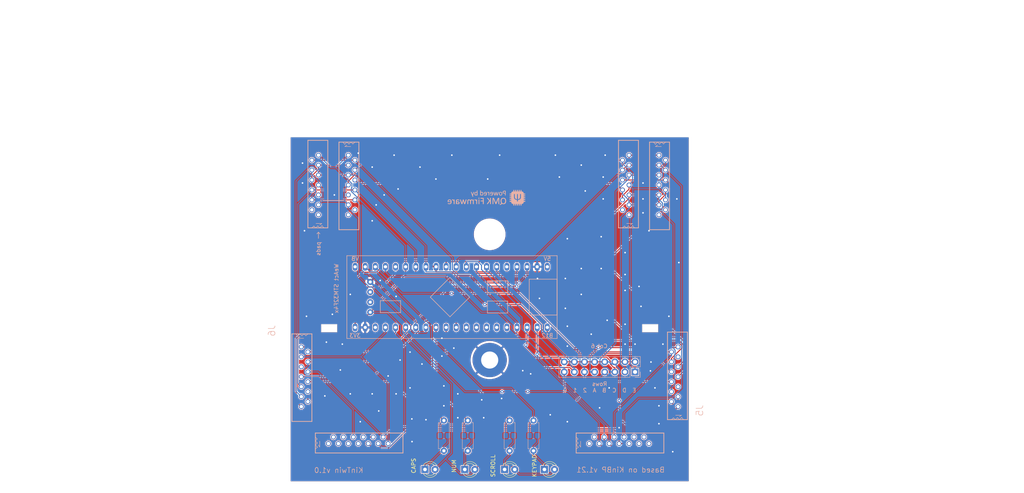
<source format=kicad_pcb>
(kicad_pcb (version 20221018) (generator pcbnew)
  (title_block (title "KinBP controller PCB") (date "2022-06-20") (rev "1.21"))
  (layers (0 "F.Cu" signal) (31 "B.Cu" signal) (34 "B.Paste" user) (35 "F.Paste" user) (36 "B.SilkS" user "B.Silkscreen") (37 "F.SilkS" user "F.Silkscreen") (38 "B.Mask" user) (39 "F.Mask" user) (44 "Edge.Cuts" user))
  (net 0 "")
  (net 1 "/3V3")
  (net 2 "GND")
  (net 26 "LED_KPD_R")
  (net 27 "COL_5")
  (net 28 "ROW_9")
  (net 29 "ROW_7")
  (net 30 "COL_6")
  (net 31 "ROW_8")
  (net 32 "ROW_6")
  (net 33 "COL_0")
  (net 34 "ROW_4")
  (net 35 "ROW_1")
  (net 36 "COL_1")
  (net 37 "COL_2")
  (net 38 "COL_4")
  (net 39 "ROW_5")
  (net 40 "ROW_3")
  (net 41 "ROW_2")
  (net 42 "ROW_0")
  (net 43 "COL_3")
  (net 44 "ROW_D")
  (net 45 "ROW_E")
  (net 46 "ROW_C")
  (net 47 "ROW_B")
  (net 48 "ROW_A")
  (net 49 "LED_CAPS")
  (net 50 "LED_NUM")
  (net 51 "LED_SCRL")
  (net 52 "LED_KPD")
  (net 53 "LED_SCRL_R")
  (net 54 "LED_NUM_R")
  (net 55 "LED_CAPS_R")
  (footprint "MountingHole:MountingHole_6mm" (layer "F.Cu") (at 142 74.9)
    (fp_text reference "H2" hide)
    (fp_text value "mounting pad")
  )
  (footprint "MountingHole:MountingHole_4.3mm_M4_Pad" (layer "F.Cu") (at 142 106.5)
    (fp_text reference "H1" hide)
    (fp_text value "mounting pad" hide)
  )
  (footprint "LED_THT:LED_D3.0mm" (layer "F.Cu") (at 135.75 134)
    (fp_text reference "LED3" hide)
    (fp_text value "3mm")
  )
  (footprint "LED_THT:LED_D3.0mm" (layer "F.Cu") (at 145.75 134)
    (fp_text reference "LED2" hide)
    (fp_text value "3mm")
  )
  (footprint "LED_THT:LED_D3.0mm" (layer "F.Cu") (at 155.75 134)
    (fp_text reference "LED1" hide)
    (fp_text value "3mm")
  )
  (footprint "LED_THT:LED_D3.0mm" (layer "F.Cu") (at 125.75 134)
    (fp_text reference "LED4" hide)
    (fp_text value "3mm")
  )
  (footprint "footprints:39-53-2135" (layer "B.Cu") (at 174.5 127.5)
    (fp_text reference "J11" hide)
    (fp_text value "RIGHT_THUMB")
  )
  (footprint "footprints:39-53-2135" (layer "B.Cu") (at 94.7 110.7 -90)
    (fp_text reference "J6")
    (fp_text value "LEFT_KEYWELL")
  )
  (footprint "footprints:39-53-2135" (layer "B.Cu") (at 99 62.5 90)
    (fp_text reference "J2" hide)
    (fp_text value "LEFT_TOP")
  )
  (footprint "footprints:39-53-2135" (layer "B.Cu") (at 189.3 110.7 90)
    (fp_text reference "J5")
    (fp_text value "RIGHT_KEYWELL")
  )
  (footprint "footprints:39-53-2135" (layer "B.Cu") (at 109 127.5)
    (fp_text reference "J10" hide)
    (fp_text value "LEFT_THUMB")
  )
  (footprint "footprints:39-53-2135" (layer "B.Cu") (at 184.5 62.5 -90)
    (fp_text reference "J3" hide)
    (fp_text value "RIGHT_TOP")
  )
  (footprint "Connector_PinHeader_2.54mm:PinHeader_2x08_P2.54mm_Vertical" (layer "B.Cu") (at 178.5 109.5 90)
    (fp_text reference "J9" hide)
    (fp_text value "Conn_02x08_Odd_Even")
  )
  (footprint "logo:qmk-small" (layer "B.Cu") (at 141.15 65.68 180)
    (fp_text reference "G***" hide)
    (fp_text value "LOGO" hide)
  )
  (footprint "Resistor_SMD:R_0805_2012Metric_Pad1.20x1.40mm_HandSolder" (layer "B.Cu") (at 130.5 125.5)
    (fp_text reference "R4" hide)
    (fp_text value "1k")
  )
  (footprint "Resistor_SMD:R_0805_2012Metric_Pad1.20x1.40mm_HandSolder" (layer "B.Cu") (at 136.5 125.5)
    (fp_text reference "R3" hide)
    (fp_text value "1k")
  )
  (footprint "Resistor_SMD:R_0805_2012Metric_Pad1.20x1.40mm_HandSolder" (layer "B.Cu") (at 147 125.5)
    (fp_text reference "R2" hide)
    (fp_text value "1k")
  )
  (footprint "Resistor_SMD:R_0805_2012Metric_Pad1.20x1.40mm_HandSolder" (layer "B.Cu") (at 153 125.5)
    (fp_text reference "R1" hide)
    (fp_text value "1k")
  )
  (footprint "footprints:STM32F4x1_MiniF4" (layer "B.Cu") (at 132.334 90.678 180)
    (fp_text reference "U1" hide)
    (fp_text value "weact_STM32F4x1")
  )
  (footprint "footprints:39-53-2135" (layer "B.Cu") (at 106.5 62.5 -90)
    (fp_text reference "J1" hide)
    (fp_text value "LEFT_TOP")
  )
  (footprint "Resistor_THT:R_Axial_DIN0207_L6.3mm_D2.5mm_P7.62mm_Horizontal" (layer "B.Cu") (at 153 121.69 -90)
    (fp_text reference "R5" hide)
    (fp_text value "1k")
  )
  (footprint "footprints:39-53-2135" (layer "B.Cu") (at 177 62.5 90)
    (fp_text reference "J4" hide)
    (fp_text value "RIGHT_TOP")
  )
  (footprint "Resistor_THT:R_Axial_DIN0207_L6.3mm_D2.5mm_P7.62mm_Horizontal" (layer "B.Cu") (at 130.5 121.69 -90)
    (fp_text reference "R8" hide)
    (fp_text value "1k")
  )
  (footprint "Resistor_THT:R_Axial_DIN0207_L6.3mm_D2.5mm_P7.62mm_Horizontal" (layer "B.Cu") (at 136.5 121.69 -90)
    (fp_text reference "R7" hide)
    (fp_text value "1k")
  )
  (footprint "Resistor_THT:R_Axial_DIN0207_L6.3mm_D2.5mm_P7.62mm_Horizontal" (layer "B.Cu") (at 147 121.69 -90)
    (fp_text reference "R6" hide)
    (fp_text value "1k")
  )
  (gr_line (start 92 137) (end 92 50.5) (stroke (width 0.05)) (layer "Edge.Cuts"))
  (gr_line (start 184.3 99.5) (end 182.3 99.5) (stroke (width 0.05)) (layer "Edge.Cuts"))
  (gr_line (start 99.7 99.5) (end 101.7 99.5) (stroke (width 0.05)) (layer "Edge.Cuts"))
  (gr_line (start 192 137) (end 92 137) (stroke (width 0.05)) (layer "Edge.Cuts"))
  (gr_line (start 180.3 97.5) (end 184.3 97.5) (stroke (width 0.05)) (layer "Edge.Cuts"))
  (gr_line (start 103.7 99.5) (end 103.7 97.5) (stroke (width 0.05)) (layer "Edge.Cuts"))
  (gr_line (start 184.3 97.5) (end 184.3 99.5) (stroke (width 0.05)) (layer "Edge.Cuts"))
  (gr_line (start 182.3 99.5) (end 180.3 99.5) (stroke (width 0.05)) (layer "Edge.Cuts"))
  (gr_line (start 192 50.5) (end 192 137) (stroke (width 0.05)) (layer "Edge.Cuts"))
  (gr_line (start 99.7 97.5) (end 99.7 99.5) (stroke (width 0.05)) (layer "Edge.Cuts"))
  (gr_line (start 92 50.5) (end 192 50.5) (stroke (width 0.05)) (layer "Edge.Cuts"))
  (gr_line (start 180.3 99.5) (end 180.3 97.5) (stroke (width 0.05)) (layer "Edge.Cuts"))
  (gr_line (start 101.7 99.5) (end 103.7 99.5) (stroke (width 0.05)) (layer "Edge.Cuts"))
  (gr_line (start 103.7 97.5) (end 99.7 97.5) (stroke (width 0.05)) (layer "Edge.Cuts"))
  (gr_text "↑" (at 99 75) (layer "B.SilkS") (effects (font (size 2 2)) (justify mirror)))
  (gr_text "WeAct STM32F4x" (at 103.5 88.5 90) (layer "B.SilkS") (effects (font (size 1 1)) (justify mirror)))
  (gr_text "Rows\nE  D  C  B  A  2  1  0" (at 169.61 113.31) (layer "B.SilkS") (effects (font (size 1 1)) (justify mirror)))
  (gr_text "Based on KinBP v1.21" (at 174.85 134.1) (layer "B.SilkS") (effects (font (size 1.3 1.3)) (justify mirror)))
  (gr_text "pads" (at 99 78.5 90) (layer "B.SilkS") (effects (font (size 1 1)) (justify mirror)))
  (gr_text "Col 6" (at 169.5 103) (layer "B.SilkS") (effects (font (size 1 1)) (justify mirror)))
  (gr_text "KinTwin v1.0" (at 104.1 134.21) (layer "B.SilkS") (effects (font (size 1.3 1.3)) (justify mirror)))
  (gr_text "CAPS" (at 123.5 135.066 90) (layer "F.SilkS") (effects (font (size 1 1)) (justify left bottom)))
  (gr_text "NUM" (at 133.632 134.866 90) (layer "F.SilkS") (effects (font (size 1 1)) (justify left bottom)))
  (gr_text "SCROLL" (at 143.432 136 90) (layer "F.SilkS") (effects (font (size 1 1)) (justify left bottom)))
  (gr_text "KEYPAD" (at 153.832 136 90) (layer "F.SilkS") (effects (font (size 1 1)) (justify left bottom)))
  (segment (start 108.204 97.0203) (end 109.4817 97.0203) (width 0.25) (layer "F.Cu") (net 1))
  (segment (start 147.1122 132.8222) (end 139.4678 132.8222) (width 0.25) (layer "F.Cu") (net 1))
  (segment (start 108.204 98.298) (end 108.204 97.0203) (width 0.25) (layer "F.Cu") (net 1))
  (segment (start 148.29 134) (end 147.1122 132.8222) (width 0.25) (layer "F.Cu") (net 1))
  (segment (start 149.3388 87.1157) (end 149.3388 87.1156) (width 0.25) (layer "F.Cu") (net 1))
  (segment (start 139.4678 132.8222) (end 138.29 134) (width 0.25) (layer "F.Cu") (net 1))
  (segment (start 119.3863 87.1157) (end 149.3388 87.1157) (width 0.25) (layer "F.Cu") (net 1))
  (segment (start 112.014 94.488) (end 119.3863 87.1157) (width 0.25) (layer "F.Cu") (net 1))
  (segment (start 109.4817 97.0203) (end 112.014 94.488) (width 0.25) (layer "F.Cu") (net 1))
  (via (at 149.3388 87.1156) (size 0.8) (drill 0.4) (layers "F.Cu" "B.Cu") (net 1))
  (segment (start 132.4247 129.8653) (end 132.4247 112.5679) (width 0.25) (layer "B.Cu") (net 1))
  (segment (start 151.384 85.0704) (end 151.384 83.058) (width 0.25) (layer "B.Cu") (net 1))
  (segment (start 157.1122 135.1778) (end 149.4678 135.1778) (width 0.25) (layer "B.Cu") (net 1))
  (segment (start 130.9212 131.3688) (end 134.7302 135.1778) (width 0.25) (layer "B.Cu") (net 1))
  (segment (start 116.2501 94.488) (end 112.014 94.488) (width 0.25) (layer "B.Cu") (net 1))
  (segment (start 132.4247 112.5679) (end 119.6483 99.7915) (width 0.25) (layer "B.Cu") (net 1))
  (segment (start 119.6483 97.8862) (end 116.2501 94.488) (width 0.25) (layer "B.Cu") (net 1))
  (segment (start 134.7302 135.1778) (end 137.1122 135.1778) (width 0.25) (layer "B.Cu") (net 1))
  (segment (start 149.4678 135.1778) (end 148.29 134) (width 0.25) (layer "B.Cu") (net 1))
  (segment (start 158.29 134) (end 157.1122 135.1778) (width 0.25) (layer "B.Cu") (net 1))
  (segment (start 128.29 134) (end 130.9212 131.3688) (width 0.25) (layer "B.Cu") (net 1))
  (segment (start 137.1122 135.1778) (end 138.29 134) (width 0.25) (layer "B.Cu") (net 1))
  (segment (start 119.6483 99.7915) (end 119.6483 97.8862) (width 0.25) (layer "B.Cu") (net 1))
  (segment (start 149.3388 87.1156) (end 151.384 85.0704) (width 0.25) (layer "B.Cu") (net 1))
  (segment (start 130.9212 131.3688) (end 132.4247 129.8653) (width 0.25) (layer "B.Cu") (net 1))
  (via (at 130 105.5) (size 0.8) (drill 0.4) (layers "F.Cu" "B.Cu") (net 2))
  (via (at 171.5 96.5) (size 0.8) (drill 0.4) (layers "F.Cu" "B.Cu") (net 2))
  (via (at 122.5 127) (size 0.8) (drill 0.4) (layers "F.Cu" "B.Cu") (net 2))
  (via (at 171 55) (size 0.8) (drill 0.4) (layers "F.Cu" "B.Cu") (net 2))
  (via (at 176 97.5) (size 0.8) (drill 0.4) (layers "F.Cu" "B.Cu") (net 2))
  (via (at 144.5 55) (size 0.8) (drill 0.4) (layers "F.Cu" "B.Cu") (net 2))
  (via (at 183.5 113.5) (size 0.8) (drill 0.4) (layers "F.Cu" "B.Cu") (net 2))
  (via (at 104.5 109) (size 0.8) (drill 0.4) (layers "F.Cu" "B.Cu") (net 2))
  (via (at 170 75.5) (size 0.8) (drill 0.4) (layers "F.Cu" "B.Cu") (net 2))
  (via (at 187 95.5) (size 0.8) (drill 0.4) (layers "F.Cu" "B.Cu") (net 2))
  (via (at 134 115) (size 0.8) (drill 0.4) (layers "F.Cu" "B.Cu") (net 2))
  (via (at 116.5 110.5) (size 0.8) (drill 0.4) (layers "F.Cu" "B.Cu") (net 2))
  (via (at 158.5 55) (size 0.8) (drill 0.4) (layers "F.Cu" "B.Cu") (net 2))
  (via (at 102.5 95) (size 0.8) (drill 0.4) (layers "F.Cu" "B.Cu") (net 2))
  (via (at 96 95.5) (size 0.8) (drill 0.4) (layers "F.Cu" "B.Cu") (net 2))
  (via (at 130.5 118) (size 0.8) (drill 0.4) (layers "F.Cu" "B.Cu") (net 2))
  (via (at 134 121) (size 0.8) (drill 0.4) (layers "F.Cu" "B.Cu") (net 2))
  (via (at 140.5 121) (size 0.8) (drill 0.4) (layers "F.Cu" "B.Cu") (net 2))
  (via (at 180.5 62) (size 0.8) (drill 0.4) (layers "F.Cu" "B.Cu") (net 2))
  (via (at 165 57.5) (size 0.8) (drill 0.4) (layers "F.Cu" "B.Cu") (net 2))
  (via (at 122 104.5) (size 0.8) (drill 0.4) (layers "F.Cu" "B.Cu") (net 2))
  (via (at 172 113.5) (size 0.8) (drill 0.4) (layers "F.Cu" "B.Cu") (net 2))
  (via (at 166 64) (size 0.8) (drill 0.4) (layers "F.Cu" "B.Cu") (net 2))
  (via (at 161.5 103) (size 0.8) (drill 0.4) (layers "F.Cu" "B.Cu") (net 2))
  (via (at 112.5 58) (size 0.8) (drill 0.4) (layers "F.Cu" "B.Cu") (net 2))
  (via (at 95 62) (size 0.8) (drill 0.4) (layers "F.Cu" "B.Cu") (net 2))
  (via (at 101 102) (size 0.8) (drill 0.4) (layers "F.Cu" "B.Cu") (net 2))
  (via (at 170 83.5) (size 0.8) (drill 0.4) (layers "F.Cu" "B.Cu") (net 2))
  (via (at 159.5 60.5) (size 0.8) (drill 0.4) (layers "F.Cu" "B.Cu") (net 2))
  (via (at 130 101) (size 0.8) (drill 0.4) (layers "F.Cu" "B.Cu") (net 2))
  (via (at 107 90) (size 0.8) (drill 0.4) (layers "F.Cu" "B.Cu") (net 2))
  (via (at 152.29 109.97) (size 0.8) (drill 0.4) (layers "F.Cu" "B.Cu") (net 2))
  (via (at 176 89) (size 0.8) (drill 0.4) (layers "F.Cu" "B.Cu") (net 2))
  (via (at 189.5 82) (size 0.8) (drill 0.4) (layers "F.Cu" "B.Cu") (net 2))
  (via (at 150.3 109.17) (size 0.8) (drill 0.4) (layers "F.Cu" "B.Cu") (net 2))
  (via (at 95 57) (size 0.8) (drill 0.4) (layers "F.Cu" "B.Cu") (net 2))
  (via (at 119 63.5) (size 0.8) (drill 0.4) (layers "F.Cu" "B.Cu") (net 2))
  (via (at 114.5 86.5) (size 0.8) (drill 0.4) (layers "F.Cu" "B.Cu") (net 2))
  (via (at 103 65) (size 0.8) (drill 0.4) (layers "F.Cu" "B.Cu") (net 2))
  (via (at 169.6 118.51) (size 0.8) (drill 0.4) (layers "F.Cu" "B.Cu") (net 2))
  (via (at 109 54.5) (size 0.8) (drill 0.4) (layers "F.Cu" "B.Cu") (net 2))
  (via (at 180.5 66) (size 0.8) (drill 0.4) (layers "F.Cu" "B.Cu") (net 2))
  (via (at 154 86) (size 0.8) (drill 0.4) (layers "F.Cu" "B.Cu") (net 2))
  (via (at 185.5 102.5) (size 0.8) (drill 0.4) (layers "F.Cu" "B.Cu") (net 2))
  (via (at 141.5 61) (size 0.8) (drill 0.4) (layers "F.Cu" "B.Cu") (net 2))
  (via (at 112.5 71.5) (size 0.8) (drill 0.4) (layers "F.Cu" "B.Cu") (net 2))
  (via (at 179.5 88) (size 0.8) (drill 0.4) (layers "F.Cu" "B.Cu") (net 2))
  (via (at 95.5 74) (size 0.8) (drill 0.4) (layers "F.Cu" "B.Cu") (net 2))
  (via (at 176 102.5) (size 0.8) (drill 0.4) (layers "F.Cu" "B.Cu") (net 2))
  (via (at 144.99 116.16) (size 0.8) (drill 0.4) (layers "F.Cu" "B.Cu") (net 2))
  (via (at 133 103.5) (size 0.8) (drill 0.4) (layers "F.Cu" "B.Cu") (net 2))
  (via (at 100.61 115.52) (size 0.8) (drill 0.4) (layers "F.Cu" "B.Cu") (net 2))
  (via (at 161.5 76) (size 0.8) (drill 0.4) (layers "F.Cu" "B.Cu") (net 2))
  (via (at 122 113.5) (size 0.8) (drill 0.4) (layers "F.Cu" "B.Cu") (net 2))
  (via (at 112.5 115) (size 0.8) (drill 0.4) (layers "F.Cu" "B.Cu") (net 2))
  (via (at 107 115) (size 0.8) (drill 0.4) (layers "F.Cu" "B.Cu") (net 2))
  (via (at 157.21 120.26) (size 0.8) (drill 0.4) (layers "F.Cu" "B.Cu") (net 2))
  (via (at 182 74) (size 0.8) (drill 0.4) (layers "F.Cu" "B.Cu") (net 2))
  (via (at 178.5 102.5) (size 0.8) (drill 0.4) (layers "F.Cu" "B.Cu") (net 2))
  (via (at 105 102.5) (size 0.8) (drill 0.4) (layers "F.Cu" "B.Cu") (net 2))
  (via (at 140 116.5) (size 0.8) (drill 0.4) (layers "F.Cu" "B.Cu") (net 2))
  (via (at 180.5 69.5) (size 0.8) (drill 0.4) (layers "F.Cu" "B.Cu") (net 2))
  (via (at 154.5 91) (size 0.8) (drill 0.4) (layers "F.Cu" "B.Cu") (net 2))
  (via (at 170.5 66) (size 0.8) (drill 0.4) (layers "F.Cu" "B.Cu") (net 2))
  (via (at 119.5 106.5) (size 0.8) (drill 0.4) (layers "F.Cu" "B.Cu") (net 2))
  (via (at 118.5 115) (size 0.8) (drill 0.4) (layers "F.Cu" "B.Cu") (net 2))
  (via (at 170.5 60.5) (size 0.8) (drill 0.4) (layers "F.Cu" "B.Cu") (net 2))
  (via (at 180 93) (size 0.8) (drill 0.4) (layers "F.Cu" "B.Cu") (net 2))
  (via (at 109.5 122) (size 0.8) (drill 0.4) (layers "F.Cu" "B.Cu") (net 2))
  (via (at 128.5 61) (size 0.8) (drill 0.4) (layers "F.Cu" "B.Cu") (net 2))
  (via (at 184.5 122.5) (size 0.8) (drill 0.4) (layers "F.Cu" "B.Cu") (net 2))
  (via (at 167.5 100) (size 0.8) (drill 0.4) (layers "F.Cu" "B.Cu") (net 2))
  (via (at 118.5 90.5) (size 0.8) (drill 0.4) (layers "F.Cu" "B.Cu") (net 2))
  (via (at 187.96 129.54) (size 0.8) (drill 0.4) (layers "F.Cu" "B.Cu") (net 2))
  (via (at 174.5 123.5) (size 0.8) (drill 0.4) (layers "F.Cu" "B.Cu") (net 2))
  (via (at 113.5 67.5) (size 0.8) (drill 0.4) (layers "F.Cu" "B.Cu") (net 2))
  (via (at 161 86) (size 0.8) (drill 0.4) (layers "F.Cu" "B.Cu") (net 2))
  (via (at 176 79.5) (size 0.8) (drill 0.4) (layers "F.Cu" "B.Cu") (net 2))
  (via (at 184.5 118) (size 0.8) (drill 0.4) (layers "F.Cu" "B.Cu") (net 2))
  (via (at 125 107.5) (size 0.8) (drill 0.4) (layers "F.Cu" "B.Cu") (net 2))
  (via (at 161.5 98) (size 0.8) (drill 0.4) (layers "F.Cu" "B.Cu") (net 2))
  (via (at 176 85) (size 0.8) (drill 0.4) (layers "F.Cu" "B.Cu") (net 2))
  (via (at 122.46 121.3) (size 0.8) (drill 0.4) (layers "F.Cu" "B.Cu") (net 2))
  (via (at 189 66) (size 0.8) (drill 0.4) (layers "F.Cu" "B.Cu") (net 2))
  (via (at 130.5 113) (size 0.8) (drill 0.4) (layers "F.Cu" "B.Cu") (net 2))
  (via (at 161 93.5) (size 0.8) (drill 0.4) (layers "F.Cu" "B.Cu") (net 2))
  (via (at 132.5 55) (size 0.8) (drill 0.4) (layers "F.Cu" "B.Cu") (net 2))
  (via (at 165 90) (size 0.8) (drill 0.4) (layers "F.Cu" "B.Cu") (net 2))
  (via (at 124.5 58) (size 0.8) (drill 0.4) (layers "F.Cu" "B.Cu") (net 2))
  (via (at 115.5 65) (size 0.8) (drill 0.4) (layers "F.Cu" "B.Cu") (net 2))
  (via (at 114.14 119.3) (size 0.8) (drill 0.4) (layers "F.Cu" "B.Cu") (net 2))
  (via (at 182.5 107) (size 0.8) (drill 0.4) (layers "F.Cu" "B.Cu") (net 2))
  (via (at 118 55) (size 0.8) (drill 0.4) (layers "F.Cu" "B.Cu") (net 2))
  (via (at 161.5 122) (size 0.8) (drill 0.4) (layers "F.Cu" "B.Cu") (net 2))
  (via (at 182.36 109.22) (size 0.8) (drill 0.4) (layers "F.Cu" "B.Cu") (net 2))
  (via (at 165 83.5) (size 0.8) (drill 0.4) (layers "F.Cu" "B.Cu") (net 2))
  (via (at 126 121.5) (size 0.8) (drill 0.4) (layers "F.Cu" "B.Cu") (net 2))
  (segment (start 153 130.3877) (end 153.3154 130.3877) (width 0.25) (layer "B.Cu") (net 26))
  (segment (start 155.75 134) (end 155.75 132.8223) (width 0.25) (layer "B.Cu") (net 26))
  (segment (start 153 129.1523) (end 153 128.2323) (width 0.25) (layer "B.Cu") (net 26))
  (segment (start 154 127.2323) (end 154 125.5) (width 0.25) (layer "B.Cu") (net 26))
  (segment (start 153.3154 130.3877) (end 155.75 132.8223) (width 0.25) (layer "B.Cu") (net 26))
  (segment (start 153 129.1523) (end 153 129.31) (width 0.25) (layer "B.Cu") (net 26))
  (segment (start 153 128.2323) (end 154 127.2323) (width 0.25) (layer "B.Cu") (net 26))
  (segment (start 153 129.31) (end 153 130.3877) (width 0.25) (layer "B.Cu") (net 26))
  (segment (start 116.400831 128.84) (end 112.84 128.84) (width 0.25) (layer "F.Cu") (net 27))
  (segment (start 184.9 57.5) (end 186.15 58.75) (width 0.25) (layer "F.Cu") (net 27))
  (segment (start 177 57.5) (end 176.6 57.5) (width 0.25) (layer "F.Cu") (net 27))
  (segment (start 112.84 128.84) (end 111.5 127.5) (width 0.25) (layer "F.Cu") (net 27))
  (segment (start 173.59 123.69) (end 121.550831 123.69) (width 0.25) (layer "F.Cu") (net 27))
  (segment (start 184.5 57.5) (end 184.9 57.5) (width 0.25) (layer "F.Cu") (net 27))
  (segment (start 177 57.5) (end 184.5 57.5) (width 0.25) (layer "F.Cu") (net 27))
  (segment (start 176.6 57.5) (end 175.35 58.75) (width 0.25) (layer "F.Cu") (net 27))
  (segment (start 175.75 125.85) (end 173.59 123.69) (width 0.25) (layer "F.Cu") (net 27))
  (segment (start 121.550831 123.69) (end 116.400831 128.84) (width 0.25) (layer "F.Cu") (net 27))
  (segment (start 175.75 125.85) (end 175.69 125.79) (width 0.25) (layer "B.Cu") (net 27))
  (segment (start 190.1964 113.5451) (end 190.1964 62.7964) (width 0.25) (layer "B.Cu") (net 27))
  (segment (start 190.1964 62.7964) (end 186.15 58.75) (width 0.25) (layer "B.Cu") (net 27))
  (segment (start 175.69 125.79) (end 175.69 119.7877) (width 0.25) (layer "B.Cu") (net 27))
  (segment (start 179.4055 116.0722) (end 187.6693 116.0722) (width 0.25) (layer "B.Cu") (net 27))
  (segment (start 175.69 119.7877) (end 179.4055 116.0722) (width 0.25) (layer "B.Cu") (net 27))
  (segment (start 153.2357 80.8643) (end 134.52 80.8643) (width 0.25) (layer "B.Cu") (net 27))
  (segment (start 175.35 58.75) (end 153.2357 80.8643) (width 0.25) (layer "B.Cu") (net 27))
  (segment (start 187.6693 116.0722) (end 190.1964 113.5451) (width 0.25) (layer "B.Cu") (net 27))
  (segment (start 134.52 80.8643) (end 133.604 81.7803) (width 0.25) (layer "B.Cu") (net 27))
  (segment (start 133.604 83.058) (end 133.604 81.7803) (width 0.25) (layer "B.Cu") (net 27))
  (segment (start 161.3383 104.45) (end 156.464 99.5757) (width 0.25) (layer "F.Cu") (net 28))
  (segment (start 156.464 98.298) (end 156.464 99.5757) (width 0.25) (layer "F.Cu") (net 28))
  (segment (start 187.65 104.45) (end 161.3383 104.45) (width 0.25) (layer "F.Cu") (net 28))
  (segment (start 173.25 125.85) (end 173.28 125.82) (width 0.25) (layer "B.Cu") (net 28))
  (segment (start 173.28 125.82) (end 173.28 119.73) (width 0.25) (layer "B.Cu") (net 28))
  (segment (start 187.65 105.36) (end 187.65 104.45) (width 0.25) (layer "B.Cu") (net 28))
  (segment (start 173.28 119.73) (end 187.65 105.36) (width 0.25) (layer "B.Cu") (net 28))
  (segment (start 170.75 125.85) (end 170.75 127.81) (width 0.25) (layer "F.Cu") (net 29))
  (segment (start 188.41 125.64092) (end 188.41 117.430831) (width 0.25) (layer "F.Cu") (net 29))
  (segment (start 189.3 116.540831) (end 189.3 115.7) (width 0.25) (layer "F.Cu") (net 29))
  (segment (start 151.384 102.4355) (end 151.384 98.298) (width 0.25) (layer "F.Cu") (net 29))
  (segment (start 172.0124 129.0724) (end 184.97852 129.0724) (width 0.25) (layer "F.Cu") (net 29))
  (segment (start 170.75 127.81) (end 172.0124 129.0724) (width 0.25) (layer "F.Cu") (net 29))
  (segment (start 184.97852 129.0724) (end 188.41 125.64092) (width 0.25) (layer "F.Cu") (net 29))
  (segment (start 151.0938 102.7257) (end 151.384 102.4355) (width 0.25) (layer "F.Cu") (net 29))
  (segment (start 188.41 117.430831) (end 189.3 116.540831) (width 0.25) (layer "F.Cu") (net 29))
  (via (at 151.0938 102.7257) (size 0.8) (drill 0.4) (layers "F.Cu" "B.Cu") (net 29))
  (segment (start 170.75 122.8255) (end 170.75 125.85) (width 0.25) (layer "B.Cu") (net 29))
  (segment (start 151.0938 103.1693) (end 170.75 122.8255) (width 0.25) (layer "B.Cu") (net 29))
  (segment (start 151.0938 102.7257) (end 151.0938 103.1693) (width 0.25) (layer "B.Cu") (net 29))
  (segment (start 173.42 106.96) (end 175.96 106.96) (width 0.25) (layer "F.Cu") (net 30))
  (segment (start 163.26 106.96) (end 165.8 106.96) (width 0.25) (layer "F.Cu") (net 30))
  (segment (start 168.34 106.96) (end 170.88 106.96) (width 0.25) (layer "F.Cu") (net 30))
  (segment (start 112.001569 129.2424) (end 110.6226 127.863431) (width 0.25) (layer "F.Cu") (net 30))
  (segment (start 175.51 127.5) (end 174.5 127.5) (width 0.25) (layer "F.Cu") (net 30))
  (segment (start 111.909169 125.85) (end 112.75 125.85) (width 0.25) (layer "F.Cu") (net 30))
  (segment (start 165.8 106.96) (end 168.34 106.96) (width 0.25) (layer "F.Cu") (net 30))
  (segment (start 173.31 124.11) (end 121.699911 124.11) (width 0.25) (layer "F.Cu") (net 30))
  (segment (start 110.6226 127.863431) (end 110.6226 127.136569) (width 0.25) (layer "F.Cu") (net 30))
  (segment (start 174.54 121.0577) (end 177.04 123.5577) (width 0.25) (layer "F.Cu") (net 30))
  (segment (start 177.04 123.5577) (end 177.04 125.97) (width 0.25) (layer "F.Cu") (net 30))
  (segment (start 121.699911 124.11) (end 116.567511 129.2424) (width 0.25) (layer "F.Cu") (net 30))
  (segment (start 174.5 127.5) (end 174.5 125.3) (width 0.25) (layer "F.Cu") (net 30))
  (segment (start 177.04 125.97) (end 175.51 127.5) (width 0.25) (layer "F.Cu") (net 30))
  (segment (start 174.5 125.3) (end 173.31 124.11) (width 0.25) (layer "F.Cu") (net 30))
  (segment (start 174.54 116.85) (end 174.54 121.0577) (width 0.25) (layer "F.Cu") (net 30))
  (segment (start 116.567511 129.2424) (end 112.001569 129.2424) (width 0.25) (layer "F.Cu") (net 30))
  (segment (start 175.96 106.96) (end 178.5 106.96) (width 0.25) (layer "F.Cu") (net 30))
  (segment (start 110.6226 127.136569) (end 111.909169 125.85) (width 0.25) (layer "F.Cu") (net 30))
  (segment (start 163.26 106.96) (end 160.72 106.96) (width 0.25) (layer "F.Cu") (net 30))
  (via (at 174.54 116.67) (size 0.8) (drill 0.4) (layers "F.Cu" "B.Cu") (net 30))
  (segment (start 136.144 83.058) (end 136.144 81.7803) (width 0.25) (layer "B.Cu") (net 30))
  (segment (start 152.654 98.894) (end 152.654 96.4421) (width 0.25) (layer "B.Cu") (net 30))
  (segment (start 139.954 83.7421) (end 139.954 82.6715) (width 0.25) (layer "B.Cu") (net 30))
  (segment (start 160.72 106.96) (end 152.654 98.894) (width 0.25) (layer "B.Cu") (net 30))
  (segment (start 139.0628 81.7803) (end 136.144 81.7803) (width 0.25) (layer "B.Cu") (net 30))
  (segment (start 174.5568 108.6606) (end 173.42 107.5238) (width 0.25) (layer "B.Cu") (net 30))
  (segment (start 173.42 107.5238) (end 172.5715 107.5238) (width 0.25) (layer "B.Cu") (net 30))
  (segment (start 174.5568 116.8332) (end 174.5568 108.6606) (width 0.25) (layer "B.Cu") (net 30))
  (segment (start 172.5715 107.5238) (end 172.0077 106.96) (width 0.25) (layer "B.Cu") (net 30))
  (segment (start 152.654 96.4421) (end 139.954 83.7421) (width 0.25) (layer "B.Cu") (net 30))
  (segment (start 139.954 82.6715) (end 139.0628 81.7803) (width 0.25) (layer "B.Cu") (net 30))
  (segment (start 170.88 106.96) (end 172.0077 106.96) (width 0.25) (layer "B.Cu") (net 30))
  (segment (start 173.42 106.96) (end 173.42 107.5238) (width 0.25) (layer "B.Cu") (net 30))
  (segment (start 188.007599 117.307599) (end 188.007599 125.474241) (width 0.25) (layer "F.Cu") (net 31))
  (segment (start 184.81184 128.67) (end 173.17 128.67) (width 0.25) (layer "F.Cu") (net 31))
  (segment (start 173.17 128.67) (end 172 127.5) (width 0.25) (layer "F.Cu") (net 31))
  (segment (start 187.65 116.95) (end 188.007599 117.307599) (width 0.25) (layer "F.Cu") (net 31))
  (segment (start 153.924 105.0381) (end 153.9225 105.0396) (width 0.25) (layer "F.Cu") (net 31))
  (segment (start 153.924 98.298) (end 153.924 105.0381) (width 0.25) (layer "F.Cu") (net 31))
  (segment (start 188.007599 125.474241) (end 184.81184 128.67) (width 0.25) (layer "F.Cu") (net 31))
  (via (at 153.9225 105.0396) (size 0.8) (drill 0.4) (layers "F.Cu" "B.Cu") (net 31))
  (segment (start 172 127.5) (end 172 123.50642) (width 0.25) (layer "B.Cu") (net 31))
  (segment (start 153.9225 105.42892) (end 153.9225 105.0396) (width 0.25) (layer "B.Cu") (net 31))
  (segment (start 172 123.50642) (end 153.9225 105.42892) (width 0.25) (layer "B.Cu") (net 31))
  (segment (start 171.4748 129.4748) (end 169.5 127.5) (width 0.25) (layer "F.Cu") (net 32))
  (segment (start 145.12 114.47) (end 151.5 114.47) (width 0.25) (layer "F.Cu") (net 32))
  (segment (start 189.3 118.2) (end 188.8124 118.6876) (width 0.25) (layer "F.Cu") (net 32))
  (segment (start 188.8124 125.8076) (end 185.1452 129.4748) (width 0.25) (layer "F.Cu") (net 32))
  (segment (start 188.8124 118.6876) (end 188.8124 125.8076) (width 0.25) (layer "F.Cu") (net 32))
  (segment (start 151.5 114.47) (end 151.55 114.42) (width 0.25) (layer "F.Cu") (net 32))
  (segment (start 185.1452 129.4748) (end 171.4748 129.4748) (width 0.25) (layer "F.Cu") (net 32))
  (via (at 151.55 114.42) (size 0.8) (drill 0.4) (layers "F.Cu" "B.Cu") (net 32))
  (via (at 145.12 114.47) (size 0.8) (drill 0.4) (layers "F.Cu" "B.Cu") (net 32))
  (segment (start 151.55 114.42) (end 161.77542 114.42) (width 0.25) (layer "B.Cu") (net 32))
  (segment (start 135.7983 114.47) (end 120.904 99.5757) (width 0.25) (layer "B.Cu") (net 32))
  (segment (start 145.12 114.47) (end 135.7983 114.47) (width 0.25) (layer "B.Cu") (net 32))
  (segment (start 161.77542 114.42) (end 169.5 122.14458) (width 0.25) (layer "B.Cu") (net 32))
  (segment (start 120.904 99.5757) (end 120.904 98.298) (width 0.25) (layer "B.Cu") (net 32))
  (segment (start 169.5 122.14458) (end 169.5 127.5) (width 0.25) (layer "B.Cu") (net 32))
  (segment (start 190.226 102.8823) (end 188.8923 101.5486) (width 0.25) (layer "F.Cu") (net 33))
  (segment (start 187.65 106.0916) (end 190.226 103.5156) (width 0.25) (layer "F.Cu") (net 33))
  (segment (start 120.904 83.058) (end 120.904 85.3262) (width 0.25) (layer "F.Cu") (net 33))
  (segment (start 105.8171 98.8171) (end 105.8171 99.6024) (width 0.25) (layer "F.Cu") (net 33))
  (segment (start 187.65 106.95) (end 187.65 106.0916) (width 0.25) (layer "F.Cu") (net 33))
  (segment (start 167.0686 101.5486) (end 150.8462 85.3262) (width 0.25) (layer "F.Cu") (net 33))
  (segment (start 150.8462 85.3262) (end 120.904 85.3262) (width 0.25) (layer "F.Cu") (net 33))
  (segment (start 112.666 93.218) (end 111.4162 93.218) (width 0.25) (layer "F.Cu") (net 33))
  (segment (start 120.5578 85.3262) (end 112.666 93.218) (width 0.25) (layer "F.Cu") (net 33))
  (segment (start 190.226 103.5156) (end 190.226 102.8823) (width 0.25) (layer "F.Cu") (net 33))
  (segment (start 102.2195 103.2) (end 94.7 103.2) (width 0.25) (layer "F.Cu") (net 33))
  (segment (start 188.8923 101.5486) (end 167.0686 101.5486) (width 0.25) (layer "F.Cu") (net 33))
  (segment (start 120.904 85.3262) (end 120.5578 85.3262) (width 0.25) (layer "F.Cu") (net 33))
  (segment (start 105.8171 99.6024) (end 102.2195 103.2) (width 0.25) (layer "F.Cu") (net 33))
  (segment (start 111.4162 93.218) (end 105.8171 98.8171) (width 0.25) (layer "F.Cu") (net 33))
  (segment (start 107.4024 63.1391) (end 107.2642 63.2773) (width 0.25) (layer "B.Cu") (net 33))
  (segment (start 103.3415 58.1585) (end 102.1585 58.1585) (width 0.25) (layer "B.Cu") (net 33))
  (segment (start 107.2642 63.2773) (end 107.2642 64.1141) (width 0.25) (layer "B.Cu") (net 33))
  (segment (start 103.3416 58.1584) (end 106.0609 60.8778) (width 0.25) (layer "B.Cu") (net 33))
  (segment (start 106.5 55) (end 103.3416 58.1584) (width 0.25) (layer "B.Cu") (net 33))
  (segment (start 102.1585 58.1585) (end 99 55) (width 0.25) (layer "B.Cu") (net 33))
  (segment (start 106.0609 60.8778) (end 106.1371 60.8778) (width 0.25) (layer "B.Cu") (net 33))
  (segment (start 106.1371 60.8778) (end 107.4024 62.1431) (width 0.25) (layer "B.Cu") (net 33))
  (segment (start 107.2642 64.1141) (end 120.904 77.7539) (width 0.25) (layer "B.Cu") (net 33))
  (segment (start 107.4024 62.1431) (end 107.4024 63.1391) (width 0.25) (layer "B.Cu") (net 33))
  (segment (start 120.904 77.7539) (end 120.904 83.058) (width 0.25) (layer "B.Cu") (net 33))
  (segment (start 103.3416 58.1584) (end 103.3415 58.1585) (width 0.25) (layer "B.Cu") (net 33))
  (segment (start 109.6997 105.7) (end 94.7 105.7) (width 0.25) (layer "B.Cu") (net 34))
  (segment (start 116.5 127.5) (end 116.5 112.5003) (width 0.25) (layer "B.Cu") (net 34))
  (segment (start 115.824 98.298) (end 115.824 99.5757) (width 0.25) (layer "B.Cu") (net 34))
  (segment (start 115.824 99.5757) (end 109.6997 105.7) (width 0.25) (layer "B.Cu") (net 34))
  (segment (start 116.5 112.5003) (end 109.6997 105.7) (width 0.25) (layer "B.Cu") (net 34))
  (segment (start 142.494 97.8668) (end 141.2363 96.6091) (width 0.25) (layer "F.Cu") (net 35))
  (segment (start 144.1316 99.737) (end 143.5174 99.737) (width 0.25) (layer "F.Cu") (net 35))
  (segment (start 143.5174 99.737) (end 142.494 98.7136) (width 0.25) (layer "F.Cu") (net 35))
  (segment (start 141.2363 96.6091) (end 126.0298 96.6091) (width 0.25) (layer "F.Cu") (net 35))
  (segment (start 162.1323 108.3723) (end 152.7669 108.3723) (width 0.25) (layer "F.Cu") (net 35))
  (segment (start 124.714 97.9249) (end 124.714 98.6813) (width 0.25) (layer "F.Cu") (net 35))
  (segment (start 112.6953 110.7) (end 94.7 110.7) (width 0.25) (layer "F.Cu") (net 35))
  (segment (start 142.494 98.7136) (end 142.494 97.8668) (width 0.25) (layer "F.Cu") (net 35))
  (segment (start 163.26 109.5) (end 162.1323 108.3723) (width 0.25) (layer "F.Cu") (net 35))
  (segment (start 152.7669 108.3723) (end 144.1316 99.737) (width 0.25) (layer "F.Cu") (net 35))
  (segment (start 124.714 98.6813) (end 112.6953 110.7) (width 0.25) (layer "F.Cu") (net 35))
  (segment (start 126.0298 96.6091) (end 124.714 97.9249) (width 0.25) (layer "F.Cu") (net 35))
  (segment (start 162.1323 106.7052) (end 155.0068 99.5797) (width 0.25) (layer "B.Cu") (net 35))
  (segment (start 162.978 108.3723) (end 162.1323 107.5266) (width 0.25) (layer "B.Cu") (net 35))
  (segment (start 163.26 108.3723) (end 162.978 108.3723) (width 0.25) (layer "B.Cu") (net 35))
  (segment (start 141.224 83.058) (end 141.224 84.3357) (width 0.25) (layer "B.Cu") (net 35))
  (segment (start 155.0068 97.6406) (end 141.7019 84.3357) (width 0.25) (layer "B.Cu") (net 35))
  (segment (start 141.7019 84.3357) (end 141.224 84.3357) (width 0.25) (layer "B.Cu") (net 35))
  (segment (start 162.1323 107.5266) (end 162.1323 106.7052) (width 0.25) (layer "B.Cu") (net 35))
  (segment (start 155.0068 99.5797) (end 155.0068 97.6406) (width 0.25) (layer "B.Cu") (net 35))
  (segment (start 163.26 109.5) (end 163.26 108.3723) (width 0.25) (layer "B.Cu") (net 35))
  (segment (start 123.8468 84.7385) (end 161.4155 84.7385) (width 0.25) (layer "F.Cu") (net 36))
  (segment (start 123.444 84.3357) (end 123.8468 84.7385) (width 0.25) (layer "F.Cu") (net 36))
  (segment (start 161.4155 84.7385) (end 177.4547 100.7777) (width 0.25) (layer "F.Cu") (net 36))
  (segment (start 188.7379 100.7777) (end 190.6288 102.6686) (width 0.25) (layer "F.Cu") (net 36))
  (segment (start 190.6288 106.8712) (end 189.3 108.2) (width 0.25) (layer "F.Cu") (net 36))
  (segment (start 123.444 83.058) (end 123.444 84.3357) (width 0.25) (layer "F.Cu") (net 36))
  (segment (start 177.4547 100.7777) (end 188.7379 100.7777) (width 0.25) (layer "F.Cu") (net 36))
  (segment (start 108.15 63.75) (end 97.35 63.75) (width 0.25) (layer "F.Cu") (net 36))
  (segment (start 190.6288 102.6686) (end 190.6288 106.8712) (width 0.25) (layer "F.Cu") (net 36))
  (segment (start 93.8126 112.3126) (end 94.7 113.2) (width 0.25) (layer "B.Cu") (net 36))
  (segment (start 108.15 63.75) (end 123.444 79.044) (width 0.25) (layer "B.Cu") (net 36))
  (segment (start 97.35 63.75) (end 93.8126 67.2874) (width 0.25) (layer "B.Cu") (net 36))
  (segment (start 123.444 79.044) (end 123.444 83.058) (width 0.25) (layer "B.Cu") (net 36))
  (segment (start 93.8126 67.2874) (end 93.8126 112.3126) (width 0.25) (layer "B.Cu") (net 36))
  (segment (start 154.9485 98.6429) (end 154.9485 97.6421) (width 0.25) (layer "F.Cu") (net 37))
  (segment (start 106.5 60) (end 99 60) (width 0.25) (layer "F.Cu") (net 37))
  (segment (start 161.1584 104.8528) (end 154.9485 98.6429) (width 0.25) (layer "F.Cu") (net 37))
  (segment (start 154.9485 97.6421) (end 149.8872 92.5808) (width 0.25) (layer "F.Cu") (net 37))
  (segment (start 183.0528 104.8528) (end 161.1584 104.8528) (width 0.25) (layer "F.Cu") (net 37))
  (segment (start 187.65 109.45) (end 183.0528 104.8528) (width 0.25) (layer "F.Cu") (net 37))
  (segment (start 149.8872 92.5808) (end 140.788 92.5808) (width 0.25) (layer "F.Cu") (net 37))
  (via (at 140.788 92.5808) (size 0.8) (drill 0.4) (layers "F.Cu" "B.Cu") (net 37))
  (segment (start 93.3435 114.3435) (end 94.7 115.7) (width 0.25) (layer "B.Cu") (net 37))
  (segment (start 132.5429 84.3357) (end 140.788 92.5808) (width 0.25) (layer "B.Cu") (net 37))
  (segment (start 99 59.1415) (end 97.6908 57.8323) (width 0.25) (layer "B.Cu") (net 37))
  (segment (start 93.3435 61.515) (end 93.3435 114.3435) (width 0.25) (layer "B.Cu") (net 37))
  (segment (start 106.5 60) (end 108.1651 60) (width 0.25) (layer "B.Cu") (net 37))
  (segment (start 125.984 83.058) (end 125.984 84.3357) (width 0.25) (layer "B.Cu") (net 37))
  (segment (start 99 60) (end 99 59.1415) (width 0.25) (layer "B.Cu") (net 37))
  (segment (start 125.984 77.8189) (end 125.984 83.058) (width 0.25) (layer "B.Cu") (net 37))
  (segment (start 125.984 84.3357) (end 132.5429 84.3357) (width 0.25) (layer "B.Cu") (net 37))
  (segment (start 108.1651 60) (end 125.984 77.8189) (width 0.25) (layer "B.Cu") (net 37))
  (segment (start 97.0262 57.8323) (end 93.3435 61.515) (width 0.25) (layer "B.Cu") (net 37))
  (segment (start 97.6908 57.8323) (end 97.0262 57.8323) (width 0.25) (layer "B.Cu") (net 37))
  (segment (start 93.3934 101.0843) (end 110.0633 84.4144) (width 0.25) (layer "F.Cu") (net 38))
  (segment (start 110.0633 84.4144) (end 113.5775 84.4144) (width 0.25) (layer "F.Cu") (net 38))
  (segment (start 177 65.8501) (end 161.0698 81.7803) (width 0.25) (layer "F.Cu") (net 38))
  (segment (start 184.5 65) (end 177 65) (width 0.25) (layer "F.Cu") (net 38))
  (segment (start 161.0698 81.7803) (end 131.064 81.7803) (width 0.25) (layer "F.Cu") (net 38))
  (segment (start 114.554 83.4379) (end 114.554 82.6806) (width 0.25) (layer "F.Cu") (net 38))
  (segment (start 130.5634 81.2797) (end 131.064 81.7803) (width 0.25) (layer "F.Cu") (net 38))
  (segment (start 115.9549 81.2797) (end 130.5634 81.2797) (width 0.25) (layer "F.Cu") (net 38))
  (segment (start 113.5775 84.4144) (end 114.554 83.4379) (width 0.25) (layer "F.Cu") (net 38))
  (segment (start 177 65) (end 177 65.8501) (width 0.25) (layer "F.Cu") (net 38))
  (segment (start 114.554 82.6806) (end 115.9549 81.2797) (width 0.25) (layer "F.Cu") (net 38))
  (segment (start 94.7 118.2) (end 93.3934 116.8934) (width 0.25) (layer "F.Cu") (net 38))
  (segment (start 131.064 83.058) (end 131.064 81.7803) (width 0.25) (layer "F.Cu") (net 38))
  (segment (start 93.3934 116.8934) (end 93.3934 101.0843) (width 0.25) (layer "F.Cu") (net 38))
  (segment (start 185.2642 68.2773) (end 185.2642 69.4055) (width 0.25) (layer "B.Cu") (net 38))
  (segment (start 185.4024 68.1391) (end 185.2642 68.2773) (width 0.25) (layer "B.Cu") (net 38))
  (segment (start 188.5526 110.0889) (end 188.3687 110.2728) (width 0.25) (layer "B.Cu") (net 38))
  (segment (start 188.42 108.8613) (end 188.5526 108.9939) (width 0.25) (layer "B.Cu") (net 38))
  (segment (start 188.5524 105.0891) (end 188.42 105.2215) (width 0.25) (layer "B.Cu") (net 38))
  (segment (start 188.42 106.3613) (end 188.5526 106.4939) (width 0.25) (layer "B.Cu") (net 38))
  (segment (start 185.4024 67.0437) (end 185.4024 68.1391) (width 0.25) (layer "B.Cu") (net 38))
  (segment (start 188.5526 107.5889) (end 188.42 107.7215) (width 0.25) (layer "B.Cu") (net 38))
  (segment (start 185.2642 69.4055) (end 188.2393 72.3806) (width 0.25) (layer "B.Cu") (net 38))
  (segment (start 188.42 107.7215) (end 188.42 108.8613) (width 0.25) (layer "B.Cu") (net 38))
  (segment (start 188.5526 108.9939) (end 188.5526 110.0889) (width 0.25) (layer "B.Cu") (net 38))
  (segment (start 188.5524 103.9937) (end 188.5524 105.0891) (width 0.25) (layer "B.Cu") (net 38))
  (segment (start 188.5323 112.6092) (end 187.65 113.4915) (width 0.25) (layer "B.Cu") (net 38))
  (segment (start 188.3687 111.31) (end 188.5323 111.4736) (width 0.25) (layer "B.Cu") (net 38))
  (segment (start 188.3687 110.2728) (end 188.3687 111.31) (width 0.25) (layer "B.Cu") (net 38))
  (segment (start 188.5323 111.4736) (end 188.5323 112.6092) (width 0.25) (layer "B.Cu") (net 38))
  (segment (start 188.42 105.2215) (end 188.42 106.3613) (width 0.25) (layer "B.Cu") (net 38))
  (segment (start 188.2393 72.3806) (end 188.2393 103.6806) (width 0.25) (layer "B.Cu") (net 38))
  (segment (start 187.65 113.4915) (end 187.65 114.45) (width 0.25) (layer "B.Cu") (net 38))
  (segment (start 188.2393 103.6806) (end 188.5524 103.9937) (width 0.25) (layer "B.Cu") (net 38))
  (segment (start 188.5526 106.4939) (end 188.5526 107.5889) (width 0.25) (layer "B.Cu") (net 38))
  (segment (start 184.5 65) (end 184.5 66.1413) (width 0.25) (layer "B.Cu") (net 38))
  (segment (start 184.5 66.1413) (end 185.4024 67.0437) (width 0.25) (layer "B.Cu") (net 38))
  (segment (start 113.4897 104.45) (end 96.35 104.45) (width 0.25) (layer "F.Cu") (net 39))
  (segment (start 118.364 98.298) (end 118.364 99.5757) (width 0.25) (layer "F.Cu") (net 39))
  (segment (start 118.364 99.5757) (end 113.4897 104.45) (width 0.25) (layer "F.Cu") (net 39))
  (segment (start 114.8774 128.3774) (end 114 127.5) (width 0.25) (layer "B.Cu") (net 39))
  (segment (start 118.364 98.298) (end 118.364 99.5757) (width 0.25) (layer "B.Cu") (net 39))
  (segment (start 116.863431 128.3774) (end 114.8774 128.3774) (width 0.25) (layer "B.Cu") (net 39))
  (segment (start 120.65 124.590831) (end 116.863431 128.3774) (width 0.25) (layer "B.Cu") (net 39))
  (segment (start 120.65 101.8617) (end 120.65 124.590831) (width 0.25) (layer "B.Cu") (net 39))
  (segment (start 118.364 99.5757) (end 120.65 101.8617) (width 0.25) (layer "B.Cu") (net 39))
  (segment (start 122.174 98.6848) (end 122.174 97.8524) (width 0.25) (layer "F.Cu") (net 40))
  (segment (start 132.098 87.9284) (end 148.7844 87.9284) (width 0.25) (layer "F.Cu") (net 40))
  (segment (start 122.174 97.8524) (end 132.098 87.9284) (width 0.25) (layer "F.Cu") (net 40))
  (segment (start 113.9088 106.95) (end 122.174 98.6848) (width 0.25) (layer "F.Cu") (net 40))
  (segment (start 96.35 106.95) (end 113.9088 106.95) (width 0.25) (layer "F.Cu") (net 40))
  (via (at 148.7844 87.9284) (size 0.8) (drill 0.4) (layers "F.Cu" "B.Cu") (net 40))
  (segment (start 148.6611 87.8051) (end 148.7844 87.9284) (width 0.25) (layer "B.Cu") (net 40))
  (segment (start 95.4726 109.813431) (end 95.986569 110.3274) (width 0.25) (layer "B.Cu") (net 40))
  (segment (start 95.4726 108.6774) (end 95.4726 109.813431) (width 0.25) (layer "B.Cu") (net 40))
  (segment (start 148.844 83.058) (end 148.844 84.3357) (width 0.25) (layer "B.Cu") (net 40))
  (segment (start 107.75 118.91908) (end 107.75 125.85) (width 0.25) (layer "B.Cu") (net 40))
  (segment (start 95.986569 110.3274) (end 99.15832 110.3274) (width 0.25) (layer "B.Cu") (net 40))
  (segment (start 148.844 84.3357) (end 148.6611 84.5186) (width 0.25) (layer "B.Cu") (net 40))
  (segment (start 99.15832 110.3274) (end 107.75 118.91908) (width 0.25) (layer "B.Cu") (net 40))
  (segment (start 95.4726 108.6774) (end 96.35 107.8) (width 0.25) (layer "B.Cu") (net 40))
  (segment (start 148.6611 84.5186) (end 148.6611 87.8051) (width 0.25) (layer "B.Cu") (net 40))
  (segment (start 96.35 107.8) (end 96.35 106.95) (width 0.25) (layer "B.Cu") (net 40))
  (segment (start 115.25 125.85) (end 115.27 125.85) (width 0.25) (layer "F.Cu") (net 41))
  (segment (start 165.84 114.65) (end 165.84 109.54) (width 0.25) (layer "F.Cu") (net 41))
  (segment (start 157.2797 123.2103) (end 165.84 114.65) (width 0.25) (layer "F.Cu") (net 41))
  (segment (start 115.27 125.85) (end 117.9097 123.2103) (width 0.25) (layer "F.Cu") (net 41))
  (segment (start 165.84 109.54) (end 165.8 109.5) (width 0.25) (layer "F.Cu") (net 41))
  (segment (start 117.9097 123.2103) (end 157.2797 123.2103) (width 0.25) (layer "F.Cu") (net 41))
  (segment (start 165.518 108.3723) (end 165.8 108.3723) (width 0.25) (layer "B.Cu") (net 41))
  (segment (start 96.44 109.49) (end 98.89 109.49) (width 0.25) (layer "B.Cu") (net 41))
  (segment (start 165.8 109.5) (end 165.8 108.3723) (width 0.25) (layer "B.Cu") (net 41))
  (segment (start 96.407989 109.45) (end 96.35 109.45) (width 0.25) (layer "B.Cu") (net 41))
  (segment (start 143.764 83.058) (end 143.764 84.3357) (width 0.25) (layer "B.Cu") (net 41))
  (segment (start 164.6723 104.8591) (end 164.6723 107.5266) (width 0.25) (layer "B.Cu") (net 41))
  (segment (start 98.89 109.49) (end 115.25 125.85) (width 0.25) (layer "B.Cu") (net 41))
  (segment (start 147.7276 87.9144) (end 164.6723 104.8591) (width 0.25) (layer "B.Cu") (net 41))
  (segment (start 164.6723 107.5266) (end 165.518 108.3723) (width 0.25) (layer "B.Cu") (net 41))
  (segment (start 147.3427 87.9144) (end 147.7276 87.9144) (width 0.25) (layer "B.Cu") (net 41))
  (segment (start 143.764 84.3357) (end 147.3427 87.9144) (width 0.25) (layer "B.Cu") (net 41))
  (segment (start 128.2879 122.7961) (end 157.12482 122.7961) (width 0.25) (layer "F.Cu") (net 42))
  (segment (start 160.72 119.20092) (end 160.72 109.5) (width 0.25) (layer "F.Cu") (net 42))
  (segment (start 157.12482 122.7961) (end 160.72 119.20092) (width 0.25) (layer "F.Cu") (net 42))
  (segment (start 96.35 111.95) (end 117.4418 111.95) (width 0.25) (layer "F.Cu") (net 42))
  (segment (start 117.4418 111.95) (end 128.2879 122.7961) (width 0.25) (layer "F.Cu") (net 42))
  (segment (start 160.72 109.5) (end 160.72 108.3723) (width 0.25) (layer "B.Cu") (net 42))
  (segment (start 150.114 95.7657) (end 138.684 84.3357) (width 0.25) (layer "B.Cu") (net 42))
  (segment (start 159.7333 108.3723) (end 150.114 98.753) (width 0.25) (layer "B.Cu") (net 42))
  (segment (start 150.114 98.753) (end 150.114 95.7657) (width 0.25) (layer "B.Cu") (net 42))
  (segment (start 138.684 83.058) (end 138.684 84.3357) (width 0.25) (layer "B.Cu") (net 42))
  (segment (start 160.72 108.3723) (end 159.7333 108.3723) (width 0.25) (layer "B.Cu") (net 42))
  (segment (start 119.634 83.4338) (end 114.9298 88.138) (width 0.25) (layer "F.Cu") (net 43))
  (segment (start 93.8179 101.2295) (end 93.8179 113.5763) (width 0.25) (layer "F.Cu") (net 43))
  (segment (start 96.35 116.1084) (end 96.35 116.95) (width 0.25) (layer "F.Cu") (net 43))
  (segment (start 128.524 83.6968) (end 126.5583 81.7311) (width 0.25) (layer "F.Cu") (net 43))
  (segment (start 128.524 83.6968) (end 128.524 84.3357) (width 0.25) (layer "F.Cu") (net 43))
  (segment (start 187.0658 62.1658) (end 187.0658 66.5928) (width 0.25) (layer "F.Cu") (net 43))
  (segment (start 171.0586 82.0876) (end 171.0587 82.0876) (width 0.25) (layer "F.Cu") (net 43))
  (segment (start 161.1254 84.3357) (end 163.3735 82.0876) (width 0.25) (layer "F.Cu") (net 43))
  (segment (start 128.524 83.058) (end 128.524 83.6968) (width 0.25) (layer "F.Cu") (net 43))
  (segment (start 163.3735 82.0876) (end 171.0586 82.0876) (width 0.25) (layer "F.Cu") (net 43))
  (segment (start 186.15 61.25) (end 187.0658 62.1658) (width 0.25) (layer "F.Cu") (net 43))
  (segment (start 171.0587 82.0876) (end 191.0316 102.0606) (width 0.25) (layer "F.Cu") (net 43))
  (segment (start 128.524 84.3357) (end 161.1254 84.3357) (width 0.25) (layer "F.Cu") (net 43))
  (segment (start 93.8179 113.5763) (end 96.35 116.1084) (width 0.25) (layer "F.Cu") (net 43))
  (segment (start 120.5098 81.7311) (end 119.634 82.6069) (width 0.25) (layer "F.Cu") (net 43))
  (segment (start 119.634 82.6069) (end 119.634 83.4338) (width 0.25) (layer "F.Cu") (net 43))
  (segment (start 187.0658 66.5928) (end 184.9086 68.75) (width 0.25) (layer "F.Cu") (net 43))
  (segment (start 126.5583 81.7311) (end 120.5098 81.7311) (width 0.25) (layer "F.Cu") (net 43))
  (segment (start 114.9298 88.138) (end 106.9094 88.138) (width 0.25) (layer "F.Cu") (net 43))
  (segment (start 191.0316 102.0606) (end 191.0316 108.9684) (width 0.25) (layer "F.Cu") (net 43))
  (segment (start 184.9086 68.75) (end 184.3963 68.75) (width 0.25) (layer "F.Cu") (net 43))
  (segment (start 184.3963 68.75) (end 171.0587 82.0876) (width 0.25) (layer "F.Cu") (net 43))
  (segment (start 191.0316 108.9684) (end 189.3 110.7) (width 0.25) (layer "F.Cu") (net 43))
  (segment (start 106.9094 88.138) (end 93.8179 101.2295) (width 0.25) (layer "F.Cu") (net 43))
  (segment (start 186.15 61.25) (end 175.35 61.25) (width 0.25) (layer "F.Cu") (net 43))
  (segment (start 186.15 63.75) (end 186.15 64.8915) (width 0.25) (layer "F.Cu") (net 44))
  (segment (start 177 55.8416) (end 177 55) (width 0.25) (layer "F.Cu") (net 44))
  (segment (start 174.4722 62.8722) (end 174.4722 62.1278) (width 0.25) (layer "F.Cu") (net 44))
  (segment (start 109.0278 62.1278) (end 174.4722 62.1278) (width 0.25) (layer "F.Cu") (net 44))
  (segment (start 175.35 63.75) (end 174.4722 62.8722) (width 0.25) (layer "F.Cu") (net 44))
  (segment (start 174.4722 58.3694) (end 177 55.8416) (width 0.25) (layer "F.Cu") (net 44))
  (segment (start 109.0278 65.3722) (end 108.15 66.25) (width 0.25) (layer "F.Cu") (net 44))
  (segment (start 184.5 67.5) (end 177 67.5) (width 0.25) (layer "F.Cu") (net 44))
  (segment (start 109.0278 62.1278) (end 109.0278 65.3722) (width 0.25) (layer "F.Cu") (net 44))
  (segment (start 186.15 64.8915) (end 184.5 66.5415) (width 0.25) (layer "F.Cu") (net 44))
  (segment (start 97.35 60.2001) (end 97.35 61.25) (width 0.25) (layer "F.Cu") (net 44))
  (segment (start 99 57.5) (end 99 58.5501) (width 0.25) (layer "F.Cu") (net 44))
  (segment (start 99 58.5501) (end 97.35 60.2001) (width 0.25) (layer "F.Cu") (net 44))
  (segment (start 184.5 66.5415) (end 184.5 67.5) (width 0.25) (layer "F.Cu") (net 44))
  (segment (start 184.5 55) (end 177 55) (width 0.25) (layer "F.Cu") (net 44))
  (segment (start 108.15 61.25) (end 109.0278 62.1278) (width 0.25) (layer "F.Cu") (net 44))
  (segment (start 174.4722 62.1278) (end 174.4722 58.3694) (width 0.25) (layer "F.Cu") (net 44))
  (segment (start 106.5 57.5) (end 99 57.5) (width 0.25) (layer "F.Cu") (net 44))
  (segment (start 108.15 66.25) (end 97.35 66.25) (width 0.25) (layer "F.Cu") (net 44))
  (segment (start 109.5473 67.6473) (end 109.5473 83.5455) (width 0.25) (layer "B.Cu") (net 44))
  (segment (start 109.5473 83.5455) (end 110.7403 84.7385) (width 0.25) (layer "B.Cu") (net 44))
  (segment (start 175.35 64.7085) (end 175.35 63.75) (width 0.25) (layer "B.Cu") (net 44))
  (segment (start 177 67.5) (end 177 66.3585) (width 0.25) (layer "B.Cu") (net 44))
  (segment (start 177 68.4586) (end 177 67.5) (width 0.25) (layer "B.Cu") (net 44))
  (segment (start 97.35 62.3913) (end 98.2524 63.2937) (width 0.25) (layer "B.Cu") (net 44))
  (segment (start 177 66.3585) (end 175.35 64.7085) (width 0.25) (layer "B.Cu") (net 44))
  (segment (start 123.444 96.8274) (end 123.444 98.298) (width 0.25) (layer "B.Cu") (net 44))
  (segment (start 174.8265 107.5207) (end 174.8265 70.6321) (width 0.25) (layer "B.Cu") (net 44))
  (segment (start 97.35 65.2915) (end 97.35 66.25) (width 0.25) (layer "B.Cu") (net 44))
  (segment (start 98.2524 64.3891) (end 97.35 65.2915) (width 0.25) (layer "B.Cu") (net 44))
  (segment (start 175.6781 108.3723) (end 174.8265 107.5207) (width 0.25) (layer "B.Cu") (net 44))
  (segment (start 98.2524 63.2937) (end 98.2524 64.3891) (width 0.25) (layer "B.Cu") (net 44))
  (segment (start 174.8265 70.6321) (end 177 68.4586) (width 0.25) (layer "B.Cu") (net 44))
  (segment (start 175.96 109.5) (end 175.96 108.3723) (width 0.25) (layer "B.Cu") (net 44))
  (segment (start 111.3551 84.7385) (end 123.444 96.8274) (width 0.25) (layer "B.Cu") (net 44))
  (segment (start 97.35 61.25) (end 97.35 62.3913) (width 0.25) (layer "B.Cu") (net 44))
  (segment (start 108.15 66.25) (end 109.5473 67.6473) (width 0.25) (layer "B.Cu") (net 44))
  (segment (start 110.7403 84.7385) (end 111.3551 84.7385) (width 0.25) (layer "B.Cu") (net 44))
  (segment (start 175.96 108.3723) (end 175.6781 108.3723) (width 0.25) (layer "B.Cu") (net 44))
  (segment (start 175.35 56.25) (end 110.65 56.25) (width 0.25) (layer "F.Cu") (net 45))
  (segment (start 110.65 56.25) (end 108.15 58.75) (width 0.25) (layer "F.Cu") (net 45))
  (segment (start 175.35 65.2001) (end 175.35 66.25) (width 0.25) (layer "F.Cu") (net 45))
  (segment (start 108.15 58.75) (end 108.15 59.8915) (width 0.25) (layer "F.Cu") (net 45))
  (segment (start 177 63.5501) (end 175.35 65.2001) (width 0.25) (layer "F.Cu") (net 45))
  (segment (start 177 62.5) (end 177 63.5501) (width 0.25) (layer "F.Cu") (net 45))
  (segment (start 108.15 59.8915) (end 106.5 61.5415) (width 0.25) (layer "F.Cu") (net 45))
  (segment (start 106.5 61.5415) (end 106.5 62.5) (width 0.25) (layer "F.Cu") (net 45))
  (segment (start 105.6035 66.6035) (end 99.8965 66.6035) (width 0.25) (layer "B.Cu") (net 45))
  (segment (start 186.15 65.0838) (end 184.5 63.4338) (width 0.25) (layer "B.Cu") (net 45))
  (segment (start 99 61.5414) (end 99 62.5) (width 0.25) (layer "B.Cu") (net 45))
  (segment (start 186.15 66.25) (end 186.15 65.0838) (width 0.25) (layer "B.Cu") (net 45))
  (segment (start 177.9338 70.359) (end 177.9338 63.4338) (width 0.25) (layer "B.Cu") (net 45))
  (segment (start 99.8965 63.3965) (end 99.8965 66.6035) (width 0.25) (layer "B.Cu") (net 45))
  (segment (start 106.5 62.5) (end 105.6035 63.3965) (width 0.25) (layer "B.Cu") (net 45))
  (segment (start 105.6035 66.6035) (end 106.5 67.5) (width 0.25) (layer "B.Cu") (net 45))
  (segment (start 111.7451 88.138) (end 112.4027 88.138) (width 0.25) (layer "B.Cu") (net 45))
  (segment (start 178.5 109.5) (end 178.5 108.3723) (width 0.25) (layer "B.Cu") (net 45))
  (segment (start 177.324 107.4782) (end 177.324 70.9688) (width 0.25) (layer "B.Cu") (net 45))
  (segment (start 109.0818 85.4747) (end 111.7451 88.138) (width 0.25) (layer "B.Cu") (net 45))
  (segment (start 122.174 98.7287) (end 123.021 99.5757) (width 0.25) (layer "B.Cu") (net 45))
  (segment (start 123.021 99.5757) (end 125.984 99.5757) (width 0.25) (layer "B.Cu") (net 45))
  (segment (start 184.5 61.3586) (end 185.4024 60.4562) (width 0.25) (layer "B.Cu") (net 45))
  (segment (start 185.4024 60.4562) (end 185.4024 59.3608) (width 0.25) (layer "B.Cu") (net 45))
  (segment (start 122.174 97.9093) (end 122.174 98.7287) (width 0.25) (layer "B.Cu") (net 45))
  (segment (start 177.324 70.9688) (end 177.9338 70.359) (width 0.25) (layer "B.Cu") (net 45))
  (segment (start 175.35 56.25) (end 175.35 57.1084) (width 0.25) (layer "B.Cu") (net 45))
  (segment (start 112.4027 88.138) (end 122.174 97.9093) (width 0.25) (layer "B.Cu") (net 45))
  (segment (start 185.4024 59.3608) (end 185.2642 59.2226) (width 0.25) (layer "B.Cu") (net 45))
  (segment (start 175.35 57.1084) (end 177.8778 59.6362) (width 0.25) (layer "B.Cu") (net 45))
  (segment (start 97.35 58.75) (end 97.35 59.8914) (width 0.25) (layer "B.Cu") (net 45))
  (segment (start 177.9338 63.4338) (end 184.5 63.4338) (width 0.25) (layer "B.Cu") (net 45))
  (segment (start 177.8778 61.6222) (end 177 62.5) (width 0.25) (layer "B.Cu") (net 45))
  (segment (start 177.9338 63.4338) (end 177 62.5) (width 0.25) (layer "B.Cu") (net 45))
  (segment (start 99 62.5) (end 99.8965 63.3965) (width 0.25) (layer "B.Cu") (net 45))
  (segment (start 184.5 62.5) (end 184.5 61.3586) (width 0.25) (layer "B.Cu") (net 45))
  (segment (start 109.0818 70.9375) (end 109.0818 85.4747) (width 0.25) (layer "B.Cu") (net 45))
  (segment (start 178.2181 108.3723) (end 177.324 107.4782) (width 0.25) (layer "B.Cu") (net 45))
  (segment (start 185.2642 58.0944) (end 186.15 57.2086) (width 0.25) (layer "B.Cu") (net 45))
  (segment (start 106.5 68.3557) (end 109.0818 70.9375) (width 0.25) (layer "B.Cu") (net 45))
  (segment (start 106.5 67.5) (end 106.5 68.3557) (width 0.25) (layer "B.Cu") (net 45))
  (segment (start 125.984 98.298) (end 125.984 99.5757) (width 0.25) (layer "B.Cu") (net 45))
  (segment (start 178.5 108.3723) (end 178.2181 108.3723) (width 0.25) (layer "B.Cu") (net 45))
  (segment (start 177.8778 59.6362) (end 177.8778 61.6222) (width 0.25) (layer "B.Cu") (net 45))
  (segment (start 184.5 63.4338) (end 184.5 62.5) (width 0.25) (layer "B.Cu") (net 45))
  (segment (start 186.15 57.2086) (end 186.15 56.25) (width 0.25) (layer "B.Cu") (net 45))
  (segment (start 185.2642 59.2226) (end 185.2642 58.0944) (width 0.25) (layer "B.Cu") (net 45))
  (segment (start 99.8965 66.6035) (end 99 67.5) (width 0.25) (layer "B.Cu") (net 45))
  (segment (start 97.35 59.8914) (end 99 61.5414) (width 0.25) (layer "B.Cu") (net 45))
  (segment (start 105.6035 63.3965) (end 105.6035 66.6035) (width 0.25) (layer "B.Cu") (net 45))
  (segment (start 172.2923 107.5266) (end 172.2923 106.7238) (width 0.25) (layer "F.Cu") (net 46))
  (segment (start 97.35 56.25) (end 108.15 56.25) (width 0.25) (layer "F.Cu") (net 46))
  (segment (start 184.5 60) (end 177 60) (width 0.25) (layer "F.Cu") (net 46))
  (segment (start 173.42 108.3723) (end 173.138 108.3723) (width 0.25) (layer "F.Cu") (net 46))
  (segment (start 148.844 101.4478) (end 148.844 98.298) (width 0.25) (layer "F.Cu") (net 46))
  (segment (start 173.42 109.5) (end 173.42 108.3723) (width 0.25) (layer "F.Cu") (net 46))
  (segment (start 172.2923 106.7238) (end 171.3489 105.7804) (width 0.25) (layer "F.Cu") (net 46))
  (segment (start 171.3489 105.7804) (end 153.1766 105.7804) (width 0.25) (layer "F.Cu") (net 46))
  (segment (start 153.1766 105.7804) (end 148.844 101.4478) (width 0.25) (layer "F.Cu") (net 46))
  (segment (start 173.138 108.3723) (end 172.2923 107.5266) (width 0.25) (layer "F.Cu") (net 46))
  (segment (start 173.6775 102.33) (end 173.6775 64.1641) (width 0.25) (layer "B.Cu") (net 46))
  (segment (start 169.6989 107.3749) (end 169.6989 106.3086) (width 0.25) (layer "B.Cu") (net 46))
  (segment (start 170.6963 108.3723) (end 169.6989 107.3749) (width 0.25) (layer "B.Cu") (net 46))
  (segment (start 172.2923 109.218) (end 171.4466 108.3723) (width 0.25) (layer "B.Cu") (net 46))
  (segment (start 132.6735 83.7734) (end 132.6735 80.7735) (width 0.25) (layer "B.Cu") (net 46))
  (segment (start 173.6775 64.1641) (end 177 60.8416) (width 0.25) (layer "B.Cu") (net 46))
  (segment (start 134.0474 85.1473) (end 132.6735 83.7734) (width 0.25) (layer "B.Cu") (net 46))
  (segment (start 132.6735 80.7735) (end 108.15 56.25) (width 0.25) (layer "B.Cu") (net 46))
  (segment (start 173.42 109.5) (end 172.2923 109.5) (width 0.25) (layer "B.Cu") (net 46))
  (segment (start 148.844 97.0203) (end 136.971 85.1473) (width 0.25) (layer "B.Cu") (net 46))
  (segment (start 169.6989 106.3086) (end 173.6775 102.33) (width 0.25) (layer "B.Cu") (net 46))
  (segment (start 136.971 85.1473) (end 134.0474 85.1473) (width 0.25) (layer "B.Cu") (net 46))
  (segment (start 177 60.8416) (end 177 60) (width 0.25) (layer "B.Cu") (net 46))
  (segment (start 171.4466 108.3723) (end 170.6963 108.3723) (width 0.25) (layer "B.Cu") (net 46))
  (segment (start 148.844 98.298) (end 148.844 97.0203) (width 0.25) (layer "B.Cu") (net 46))
  (segment (start 172.2923 109.5) (end 172.2923 109.218) (width 0.25) (layer "B.Cu") (net 46))
  (segment (start 170.88 109.5) (end 170.88 109.51) (width 0.25) (layer "F.Cu") (net 47))
  (segment (start 173.32 111.95) (end 187.65 111.95) (width 0.25) (layer "F.Cu") (net 47))
  (segment (start 170.88 109.51) (end 173.32 111.95) (width 0.25) (layer "F.Cu") (net 47))
  (segment (start 154.8797 105.0161) (end 150.9828 101.1192) (width 0.25) (layer "B.Cu") (net 47))
  (segment (start 160.2642 110.6415) (end 154.8797 105.257) (width 0.25) (layer "B.Cu") (net 47))
  (segment (start 154.8797 105.257) (end 154.8797 105.0161) (width 0.25) (layer "B.Cu") (net 47))
  (segment (start 115.824 84.3357) (end 115.824 83.058) (width 0.25) (layer "B.Cu") (net 47))
  (segment (start 149.9683 101.1192) (end 147.574 98.7249) (width 0.25) (layer "B.Cu") (net 47))
  (segment (start 130.9071 85.4575) (end 116.9458 85.4575) (width 0.25) (layer "B.Cu") (net 47))
  (segment (start 144.1851 94.4837) (end 139.9333 94.4837) (width 0.25) (layer "B.Cu") (net 47))
  (segment (start 150.9828 101.1192) (end 149.9683 101.1192) (width 0.25) (layer "B.Cu") (net 47))
  (segment (start 147.574 98.7249) (end 147.574 97.8726) (width 0.25) (layer "B.Cu") (net 47))
  (segment (start 147.574 97.8726) (end 144.1851 94.4837) (width 0.25) (layer "B.Cu") (net 47))
  (segment (start 139.9333 94.4837) (end 130.9071 85.4575) (width 0.25) (layer "B.Cu") (net 47))
  (segment (start 116.9458 85.4575) (end 115.824 84.3357) (width 0.25) (layer "B.Cu") (net 47))
  (segment (start 170.88 109.5) (end 169.7385 110.6415) (width 0.25) (layer "B.Cu") (net 47))
  (segment (start 169.7385 110.6415) (end 160.2642 110.6415) (width 0.25) (layer "B.Cu") (net 47))
  (segment (start 169.2877 103.3783) (end 163.2349 103.3783) (width 0.25) (layer "F.Cu") (net 48))
  (segment (start 149.5878 89.7312) (end 132.4287 89.7312) (width 0.25) (layer "F.Cu") (net 48))
  (segment (start 163.2349 103.3783) (end 149.5878 89.7312) (width 0.25) (layer "F.Cu") (net 48))
  (segment (start 189.3 103.2) (end 189.1217 103.3783) (width 0.25) (layer "F.Cu") (net 48))
  (segment (start 189.1217 103.3783) (end 169.2877 103.3783) (width 0.25) (layer "F.Cu") (net 48))
  (via (at 132.4287 89.7312) (size 0.8) (drill 0.4) (layers "F.Cu" "B.Cu") (net 48))
  (via (at 169.2877 103.3783) (size 0.8) (drill 0.4) (layers "F.Cu" "B.Cu") (net 48))
  (segment (start 167.2123 105.4537) (end 169.2877 103.3783) (width 0.25) (layer "B.Cu") (net 48))
  (segment (start 167.313 109.5) (end 167.2123 109.3993) (width 0.25) (layer "B.Cu") (net 48))
  (segment (start 167.2123 109.3993) (end 167.2123 105.4537) (width 0.25) (layer "B.Cu") (net 48))
  (segment (start 168.34 109.5) (end 167.313 109.5) (width 0.25) (layer "B.Cu") (net 48))
  (segment (start 132.4287 89.7312) (end 119.9572 89.7312) (width 0.25) (layer "B.Cu") (net 48))
  (segment (start 119.9572 89.7312) (end 113.284 83.058) (width 0.25) (layer "B.Cu") (net 48))
  (segment (start 133.604 98.298) (end 133.604 97.0203) (width 0.25) (layer "F.Cu") (net 49))
  (segment (start 128.1578 97.0203) (end 133.604 97.0203) (width 0.25) (layer "F.Cu") (net 49))
  (segment (start 127.6462 97.5319) (end 128.1578 97.0203) (width 0.25) (layer "F.Cu") (net 49))
  (segment (start 127.6462 118.8362) (end 127.6462 97.5319) (width 0.25) (layer "F.Cu") (net 49))
  (segment (start 130.5 121.69) (end 127.6462 118.8362) (width 0.25) (layer "F.Cu") (net 49))
  (segment (start 129.5 122.69) (end 129.5 125.5) (width 0.25) (layer "B.Cu") (net 49))
  (segment (start 130.5 121.69) (end 129.5 122.69) (width 0.25) (layer "B.Cu") (net 49))
  (segment (start 128.524 113.714) (end 128.524 98.298) (width 0.25) (layer "F.Cu") (net 50))
  (segment (start 136.5 121.69) (end 128.524 113.714) (width 0.25) (layer "F.Cu") (net 50))
  (segment (start 136.5 121.69) (end 135.5 122.69) (width 0.25) (layer "B.Cu") (net 50))
  (segment (start 135.5 122.69) (end 135.5 125.5) (width 0.25) (layer "B.Cu") (net 50))
  (segment (start 131.064 105.754) (end 131.064 98.298) (width 0.25) (layer "F.Cu") (net 51))
  (segment (start 147 121.69) (end 131.064 105.754) (width 0.25) (layer "F.Cu") (net 51))
  (segment (start 147 121.69) (end 146 122.69) (width 0.25) (layer "B.Cu") (net 51))
  (segment (start 146 122.69) (end 146 125.5) (width 0.25) (layer "B.Cu") (net 51))
  (segment (start 140.1767 113.58) (end 127.3965 100.7998) (width 0.25) (layer "B.Cu") (net 52))
  (segment (start 112.0217 84.3357) (end 110.744 83.058) (width 0.25) (layer "B.Cu") (net 52))
  (segment (start 113.6716 84.3357) (end 112.0217 84.3357) (width 0.25) (layer "B.Cu") (net 52))
  (segment (start 152 125.5) (end 152 122.69) (width 0.25) (layer "B.Cu") (net 52))
  (segment (start 127.3965 98.0606) (end 113.6716 84.3357) (width 0.25) (layer "B.Cu") (net 52))
  (segment (start 127.3965 100.7998) (end 127.3965 98.0606) (width 0.25) (layer "B.Cu") (net 52))
  (segment (start 153 121.69) (end 152 122.69) (width 0.25) (layer "B.Cu") (net 52))
  (segment (start 147.37 113.58) (end 140.1767 113.58) (width 0.25) (layer "B.Cu") (net 52))
  (segment (start 153 119.21) (end 147.37 113.58) (width 0.25) (layer "B.Cu") (net 52))
  (segment (start 153 121.69) (end 153 119.21) (width 0.25) (layer "B.Cu") (net 52))
  (segment (start 145.75 131.6377) (end 145.75 134) (width 0.25) (layer "B.Cu") (net 53))
  (segment (start 147 128.7711) (end 147 129.31) (width 0.25) (layer "B.Cu") (net 53))
  (segment (start 147 128.7711) (end 147 128.2323) (width 0.25) (layer "B.Cu") (net 53))
  (segment (start 147 129.31) (end 147 130.3877) (width 0.25) (layer "B.Cu") (net 53))
  (segment (start 147 130.3877) (end 145.75 131.6377) (width 0.25) (layer "B.Cu") (net 53))
  (segment (start 147 128.2323) (end 148 127.2323) (width 0.25) (layer "B.Cu") (net 53))
  (segment (start 148 127.2323) (end 148 125.5) (width 0.25) (layer "B.Cu") (net 53))
  (segment (start 136.5 129.31) (end 136.5 128.7711) (width 0.25) (layer "B.Cu") (net 54))
  (segment (start 136.5 128.2323) (end 137.5 127.2323) (width 0.25) (layer "B.Cu") (net 54))
  (segment (start 136.5 128.7711) (end 136.5 128.2323) (width 0.25) (layer "B.Cu") (net 54))
  (segment (start 136.5 128.7711) (end 135.75 129.5211) (width 0.25) (layer "B.Cu") (net 54))
  (segment (start 135.75 129.5211) (end 135.75 134) (width 0.25) (layer "B.Cu") (net 54))
  (segment (start 137.5 127.2323) (end 137.5 125.5) (width 0.25) (layer "B.Cu") (net 54))
  (segment (start 130.5 128.7711) (end 130.5 128.2323) (width 0.25) (layer "B.Cu") (net 55))
  (segment (start 125.75 134) (end 125.75 132.8223) (width 0.25) (layer "B.Cu") (net 55))
  (segment (start 126.4488 132.8223) (end 125.75 132.8223) (width 0.25) (layer "B.Cu") (net 55))
  (segment (start 130.5 129.31) (end 130.5 128.7711) (width 0.25) (layer "B.Cu") (net 55))
  (segment (start 130.5 128.2323) (end 131.5 127.2323) (width 0.25) (layer "B.Cu") (net 55))
  (segment (start 130.5 128.7711) (end 126.4488 132.8223) (width 0.25) (layer "B.Cu") (net 55))
  (segment (start 131.5 127.2323) (end 131.5 125.5) (width 0.25) (layer "B.Cu") (net 55))
  (zone (net 2) (net_name "GND") (layer "F.Cu") (connect_pads (clearance 0.2)) (min_thickness 0.254) (fill yes (thermal_gap 0.508) (thermal_bridge_width 0.508))
    (polygon (pts (xy 194 140) (xy 90 140) (xy 90 48) (xy 194 48)))
  )
  (zone (net 2) (net_name "GND") (layer "B.Cu") (connect_pads (clearance 0.2)) (min_thickness 0.254) (fill yes (thermal_gap 0.508) (thermal_bridge_width 0.508))
    (polygon (pts (xy 194 140) (xy 90 140) (xy 90 48) (xy 194 48)))
  )
)
</source>
